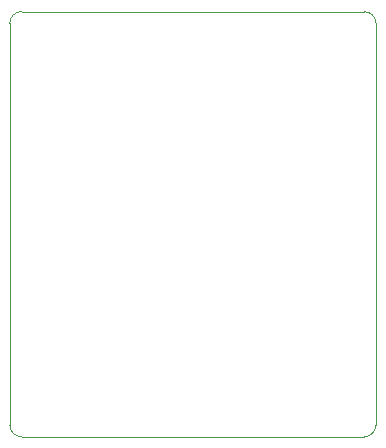
<source format=gbr>
%TF.GenerationSoftware,KiCad,Pcbnew,(6.0.6)*%
%TF.CreationDate,2022-06-26T21:29:58+02:00*%
%TF.ProjectId,tmc2208-breakout,746d6332-3230-4382-9d62-7265616b6f75,rev?*%
%TF.SameCoordinates,Original*%
%TF.FileFunction,Profile,NP*%
%FSLAX46Y46*%
G04 Gerber Fmt 4.6, Leading zero omitted, Abs format (unit mm)*
G04 Created by KiCad (PCBNEW (6.0.6)) date 2022-06-26 21:29:58*
%MOMM*%
%LPD*%
G01*
G04 APERTURE LIST*
%TA.AperFunction,Profile*%
%ADD10C,0.100000*%
%TD*%
G04 APERTURE END LIST*
D10*
X141500000Y-73000000D02*
X141500000Y-39000000D01*
X142500000Y-38000000D02*
G75*
G03*
X141500000Y-39000000I0J-1000000D01*
G01*
X172500000Y-39000000D02*
G75*
G03*
X171500000Y-38000000I-1000000J0D01*
G01*
X171500000Y-74000000D02*
X142500000Y-74000000D01*
X172500000Y-39000000D02*
X172500000Y-73000000D01*
X157000000Y-38000000D02*
X142500000Y-38000000D01*
X157000000Y-38000000D02*
X171500000Y-38000000D01*
X141500000Y-73000000D02*
G75*
G03*
X142500000Y-74000000I1000000J0D01*
G01*
X171500000Y-74000000D02*
G75*
G03*
X172500000Y-73000000I0J1000000D01*
G01*
M02*

</source>
